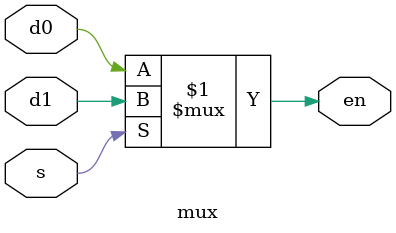
<source format=sv>
module mux(
    input logic     s,
    input logic     d0,
    input logic     d1,
    output logic    en
);

    assign en = s ? d1 : d0;

endmodule

</source>
